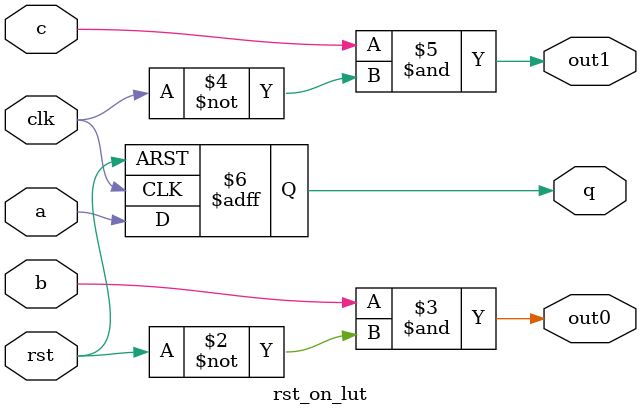
<source format=v>
`timescale 1ns / 1ps

module rst_on_lut(a, b, c, q, out0, out1, clk, rst);

input wire rst;
input wire clk;
input wire a;
input wire b;
input wire c;
output reg q;
output wire out0;
output wire out1;

always @(posedge rst or posedge clk) begin
  if (rst) begin
    q <= 0;
  end else begin
    q <= a;
  end
end

assign out0 = b & ~rst;
assign out1 = c & ~clk;

endmodule

</source>
